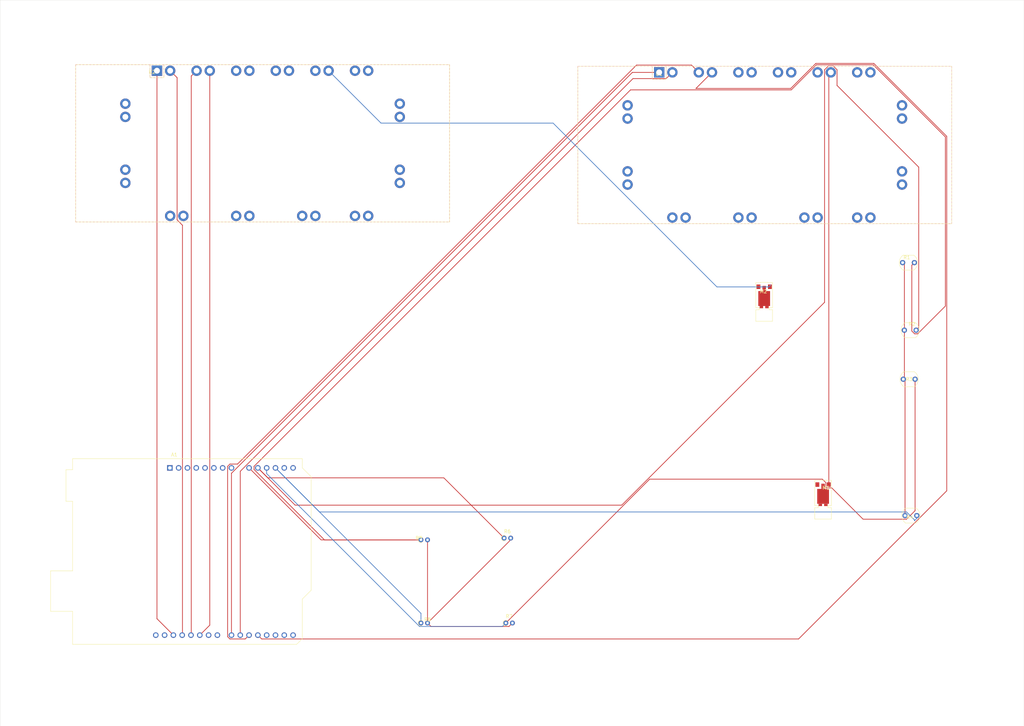
<source format=kicad_pcb>
(kicad_pcb (version 20240108) (generator "pcbnew") (generator_version "8.0")
  (layers (0 "F.Cu" signal) (31 "B.Cu" signal) (34 "B.Paste" user) (35 "F.Paste" user) (36 "B.SilkS" user "B.Silkscreen") (37 "F.SilkS" user "F.Silkscreen") (38 "B.Mask" user) (39 "F.Mask" user) (44 "Edge.Cuts" user))
  (net 0 "")
  (net 4 "Net-(A1-D4)")
  (net 5 "Net-(A1-A0)")
  (net 7 "Net-(A1-D6)")
  (net 10 "Net-(A1-D7)")
  (net 11 "Net-(A1-D10)")
  (net 13 "Net-(A1-D11)")
  (net 16 "Net-(A1-A2)")
  (net 18 "Net-(A1-D12)")
  (net 20 "Net-(A1-D13)")
  (net 21 "+5V")
  (net 25 "Net-(A1-A1)")
  (net 28 "Net-(A1-D5)")
  (net 29 "Net-(A1-A3)")
  (net 32 "Net-(M1-+)")
  (net 34 "Net-(M2-+)")
  (net 35 "Net-(R1-Pad1)")
  (net 36 "Net-(M1--)")
  (footprint "Resistor_THT:R_Axial_DIN0204_L3.6mm_D1.6mm_P1.90mm_Vertical" (layer "F.Cu") (at 146.6 155.5)
    (property "Reference" "R6" (at 0.95 -1.92 0) (layer "F.SilkS"))
    (property "Value" "R")
    (pad "1" thru_hole circle (at 0 0) (size 1.4 1.4) (drill 0.7) (layers "*.Cu" "*.Mask") (net 25 "Net-(A1-A1)"))
    (pad "2" thru_hole oval (at 1.9 0) (size 1.4 1.4) (drill 0.7) (layers "*.Cu" "*.Mask") (net 36 "Net-(M1--)"))
  )
  (footprint "OptoDevice:R_LDR_5.1x4.3mm_P3.4mm_Vertical" (layer "F.Cu") (at 262.1 95.5)
    (property "Reference" "R2" (at 2.2 -1.75 0) (layer "F.SilkS"))
    (property "Value" "LDR07")
    (pad "1" thru_hole circle (at 0 0) (size 1.5 1.5) (drill 0.8) (layers "*.Cu" "*.Mask") (net 35 "Net-(R1-Pad1)"))
    (pad "2" thru_hole circle (at 3.4 0) (size 1.5 1.5) (drill 0.8) (layers "*.Cu" "*.Mask") (net 25 "Net-(A1-A1)"))
  )
  (footprint "Resistor_THT:R_Axial_DIN0204_L3.6mm_D1.6mm_P1.90mm_Vertical" (layer "F.Cu") (at 122.6 180)
    (property "Reference" "R8" (at 1.9 -1 0) (layer "F.SilkS"))
    (property "Value" "R")
    (pad "1" thru_hole circle (at 0 0) (size 1.4 1.4) (drill 0.7) (layers "*.Cu" "*.Mask") (net 29 "Net-(A1-A3)"))
    (pad "2" thru_hole oval (at 1.9 0) (size 1.4 1.4) (drill 0.7) (layers "*.Cu" "*.Mask") (net 36 "Net-(M1--)"))
  )
  (footprint "Motors:Vybronics_VZ30C1T8219732L" (layer "F.Cu") (at 221.65 87.315)
    (property "Reference" "M2" (at -0.2 -2.975 0) (layer "F.SilkS"))
    (property "Value" "Motor_Servo")
    (pad "1" smd rect (at -1.65 -4.35 270) (size 1.3 1.1) (layers "F.Cu" "F.Paste" "F.Mask"))
    (pad "2" smd rect (at 1.65 -4.35 270) (size 1.3 1.1) (layers "F.Cu" "F.Paste" "F.Mask") (net 34 "Net-(M2-+)"))
    (pad "SH" smd rect (at -0.8 1.525) (size 1 0.65) (layers "F.Cu" "F.Paste" "F.Mask"))
    (pad "SH" smd rect (at 0 -3.85 270) (size 1.5 1) (layers "F.Cu" "F.Paste" "F.Mask"))
    (pad "SH" smd rect (at 0 -0.95 270) (size 4.3 3.4) (layers "F.Cu" "F.Mask"))
    (pad "SH" smd rect (at 0.8 1.525) (size 1 0.65) (layers "F.Cu" "F.Paste" "F.Mask"))
  )
  (footprint "OptoDevice:R_LDR_5.1x4.3mm_P3.4mm_Vertical" (layer "F.Cu") (at 262.3 149)
    (property "Reference" "R4" (at 1.4 0.5 0) (layer "F.SilkS"))
    (property "Value" "LDR07")
    (pad "1" thru_hole circle (at 0 0) (size 1.5 1.5) (drill 0.8) (layers "*.Cu" "*.Mask") (net 35 "Net-(R1-Pad1)"))
    (pad "2" thru_hole circle (at 3.4 0) (size 1.5 1.5) (drill 0.8) (layers "*.Cu" "*.Mask") (net 29 "Net-(A1-A3)"))
  )
  (footprint "OptoDevice:R_LDR_5.1x4.3mm_P3.4mm_Vertical" (layer "F.Cu") (at 261.8 109.65)
    (property "Reference" "R3" (at 1.7 0 0) (layer "F.SilkS"))
    (property "Value" "LDR07")
    (pad "1" thru_hole circle (at 0 0) (size 1.5 1.5) (drill 0.8) (layers "*.Cu" "*.Mask") (net 35 "Net-(R1-Pad1)"))
    (pad "2" thru_hole circle (at 3.4 0) (size 1.5 1.5) (drill 0.8) (layers "*.Cu" "*.Mask") (net 16 "Net-(A1-A2)"))
  )
  (footprint "Resistor_THT:R_Axial_DIN0204_L3.6mm_D1.6mm_P1.90mm_Vertical" (layer "F.Cu") (at 122.6 156)
    (property "Reference" "R5" (at -0.6 -0.5 0) (layer "F.SilkS"))
    (property "Value" "R")
    (pad "1" thru_hole circle (at 0 0) (size 1.4 1.4) (drill 0.7) (layers "*.Cu" "*.Mask") (net 5 "Net-(A1-A0)"))
    (pad "2" thru_hole oval (at 1.9 0) (size 1.4 1.4) (drill 0.7) (layers "*.Cu" "*.Mask") (net 36 "Net-(M1--)"))
  )
  (footprint "Transistor_Power_Module:Infineon_AG-ECONO2" (layer "F.Cu") (at 46.42 20.62)
    (property "Reference" "U2" (at -1.42 0.38 0) (layer "F.SilkS"))
    (property "Value" "ULN2803A")
    (pad "" np_thru_hole circle (at -16.02 4.95) (size 2.6 2.6) (drill 2.6) (layers "F&B.Cu" "*.Mask"))
    (pad "" np_thru_hole circle (at -16.02 36.95) (size 2.6 2.6) (drill 2.6) (layers "F&B.Cu" "*.Mask"))
    (pad "" np_thru_hole circle (at 76.98 4.95) (size 2.6 2.6) (drill 2.6) (layers "F&B.Cu" "*.Mask"))
    (pad "" np_thru_hole circle (at 76.98 36.95) (size 2.6 2.6) (drill 2.6) (layers "F&B.Cu" "*.Mask"))
    (pad "1" thru_hole rect (at 0 0) (size 3 3) (drill 1.7) (layers "*.Cu" "*.Mask") (net 20 "Net-(A1-D13)"))
    (pad "2" thru_hole circle (at 3.81 0) (size 3 3) (drill 1.7) (layers "*.Cu" "*.Mask") (net 18 "Net-(A1-D12)"))
    (pad "3" thru_hole circle (at 11.43 0) (size 3 3) (drill 1.7) (layers "*.Cu" "*.Mask") (net 13 "Net-(A1-D11)"))
    (pad "4" thru_hole circle (at 15.24 0) (size 3 3) (drill 1.7) (layers "*.Cu" "*.Mask") (net 11 "Net-(A1-D10)"))
    (pad "5" thru_hole circle (at 22.86 0) (size 3 3) (drill 1.7) (layers "*.Cu" "*.Mask"))
    (pad "6" thru_hole circle (at 26.67 0) (size 3 3) (drill 1.7) (layers "*.Cu" "*.Mask"))
    (pad "7" thru_hole circle (at 34.29 0) (size 3 3) (drill 1.7) (layers "*.Cu" "*.Mask"))
    (pad "8" thru_hole circle (at 38.1 0) (size 3 3) (drill 1.7) (layers "*.Cu" "*.Mask"))
    (pad "9" thru_hole circle (at 45.72 0) (size 3 3) (drill 1.7) (layers "*.Cu" "*.Mask"))
    (pad "10" thru_hole circle (at 49.53 0) (size 3 3) (drill 1.7) (layers "*.Cu" "*.Mask") (net 34 "Net-(M2-+)"))
    (pad "11" thru_hole circle (at 57.15 0) (size 3 3) (drill 1.7) (layers "*.Cu" "*.Mask"))
    (pad "12" thru_hole circle (at 60.96 0) (size 3 3) (drill 1.7) (layers "*.Cu" "*.Mask"))
    (pad "13" thru_hole circle (at 70.08 9.52) (size 3 3) (drill 1.7) (layers "*.Cu" "*.Mask"))
    (pad "14" thru_hole circle (at 70.08 13.33) (size 3 3) (drill 1.7) (layers "*.Cu" "*.Mask"))
    (pad "15" thru_hole circle (at 70.08 28.57) (size 3 3) (drill 1.7) (layers "*.Cu" "*.Mask"))
    (pad "16" thru_hole circle (at 70.08 32.38) (size 3 3) (drill 1.7) (layers "*.Cu" "*.Mask"))
    (pad "17" thru_hole circle (at 60.96 41.9) (size 3 3) (drill 1.7) (layers "*.Cu" "*.Mask"))
    (pad "18" thru_hole circle (at 57.15 41.9) (size 3 3) (drill 1.7) (layers "*.Cu" "*.Mask"))
    (pad "19" thru_hole circle (at 45.72 41.9) (size 3 3) (drill 1.7) (layers "*.Cu" "*.Mask"))
    (pad "20" thru_hole circle (at 41.91 41.9) (size 3 3) (drill 1.7) (layers "*.Cu" "*.Mask"))
    (pad "21" thru_hole circle (at 26.67 41.9) (size 3 3) (drill 1.7) (layers "*.Cu" "*.Mask"))
    (pad "22" thru_hole circle (at 22.86 41.9) (size 3 3) (drill 1.7) (layers "*.Cu" "*.Mask"))
    (pad "23" thru_hole circle (at 7.62 41.9) (size 3 3) (drill 1.7) (layers "*.Cu" "*.Mask"))
    (pad "24" thru_hole circle (at 3.81 41.9) (size 3 3) (drill 1.7) (layers "*.Cu" "*.Mask"))
    (pad "25" thru_hole circle (at -9.12 32.38) (size 3 3) (drill 1.7) (layers "*.Cu" "*.Mask"))
    (pad "26" thru_hole circle (at -9.12 28.57) (size 3 3) (drill 1.7) (layers "*.Cu" "*.Mask"))
    (pad "27" thru_hole circle (at -9.12 13.33) (size 3 3) (drill 1.7) (layers "*.Cu" "*.Mask"))
    (pad "28" thru_hole circle (at -9.12 9.52) (size 3 3) (drill 1.7) (layers "*.Cu" "*.Mask"))
  )
  (footprint "Module:Arduino_UNO_R2" (layer "F.Cu") (at 50.14 135.24)
    (property "Reference" "A1" (at 1.27 -3.81 180) (layer "F.SilkS"))
    (property "Value" "Arduino_UNO_R2")
    (pad "1" thru_hole rect (at 0 0 90) (size 1.6 1.6) (drill 1) (layers "*.Cu" "*.Mask"))
    (pad "2" thru_hole oval (at 2.54 0 90) (size 1.6 1.6) (drill 1) (layers "*.Cu" "*.Mask"))
    (pad "3" thru_hole oval (at 5.08 0 90) (size 1.6 1.6) (drill 1) (layers "*.Cu" "*.Mask"))
    (pad "4" thru_hole oval (at 7.62 0 90) (size 1.6 1.6) (drill 1) (layers "*.Cu" "*.Mask"))
    (pad "5" thru_hole oval (at 10.16 0 90) (size 1.6 1.6) (drill 1) (layers "*.Cu" "*.Mask") (net 21 "+5V"))
    (pad "6" thru_hole oval (at 12.7 0 90) (size 1.6 1.6) (drill 1) (layers "*.Cu" "*.Mask"))
    (pad "7" thru_hole oval (at 15.24 0 90) (size 1.6 1.6) (drill 1) (layers "*.Cu" "*.Mask"))
    (pad "8" thru_hole oval (at 17.78 0 90) (size 1.6 1.6) (drill 1) (layers "*.Cu" "*.Mask"))
    (pad "9" thru_hole oval (at 22.86 0 90) (size 1.6 1.6) (drill 1) (layers "*.Cu" "*.Mask") (net 5 "Net-(A1-A0)"))
    (pad "10" thru_hole oval (at 25.4 0 90) (size 1.6 1.6) (drill 1) (layers "*.Cu" "*.Mask") (net 25 "Net-(A1-A1)"))
    (pad "11" thru_hole oval (at 27.94 0 90) (size 1.6 1.6) (drill 1) (layers "*.Cu" "*.Mask") (net 16 "Net-(A1-A2)"))
    (pad "12" thru_hole oval (at 30.48 0 90) (size 1.6 1.6) (drill 1) (layers "*.Cu" "*.Mask") (net 29 "Net-(A1-A3)"))
    (pad "13" thru_hole oval (at 33.02 0 90) (size 1.6 1.6) (drill 1) (layers "*.Cu" "*.Mask"))
    (pad "14" thru_hole oval (at 35.56 0 90) (size 1.6 1.6) (drill 1) (layers "*.Cu" "*.Mask"))
    (pad "15" thru_hole oval (at 35.56 48.26 90) (size 1.6 1.6) (drill 1) (layers "*.Cu" "*.Mask"))
    (pad "16" thru_hole oval (at 33.02 48.26 90) (size 1.6 1.6) (drill 1) (layers "*.Cu" "*.Mask"))
    (pad "17" thru_hole oval (at 30.48 48.26 90) (size 1.6 1.6) (drill 1) (layers "*.Cu" "*.Mask"))
    (pad "18" thru_hole oval (at 27.94 48.26 90) (size 1.6 1.6) (drill 1) (layers "*.Cu" "*.Mask"))
    (pad "19" thru_hole oval (at 25.4 48.26 90) (size 1.6 1.6) (drill 1) (layers "*.Cu" "*.Mask") (net 4 "Net-(A1-D4)"))
    (pad "20" thru_hole oval (at 22.86 48.26 90) (size 1.6 1.6) (drill 1) (layers "*.Cu" "*.Mask") (net 28 "Net-(A1-D5)"))
    (pad "21" thru_hole oval (at 20.32 48.26 90) (size 1.6 1.6) (drill 1) (layers "*.Cu" "*.Mask") (net 7 "Net-(A1-D6)"))
    (pad "22" thru_hole oval (at 17.78 48.26 90) (size 1.6 1.6) (drill 1) (layers "*.Cu" "*.Mask") (net 10 "Net-(A1-D7)"))
    (pad "23" thru_hole oval (at 13.72 48.26 90) (size 1.6 1.6) (drill 1) (layers "*.Cu" "*.Mask"))
    (pad "24" thru_hole oval (at 11.18 48.26 90) (size 1.6 1.6) (drill 1) (layers "*.Cu" "*.Mask"))
    (pad "25" thru_hole oval (at 8.64 48.26 90) (size 1.6 1.6) (drill 1) (layers "*.Cu" "*.Mask") (net 11 "Net-(A1-D10)"))
    (pad "26" thru_hole oval (at 6.1 48.26 90) (size 1.6 1.6) (drill 1) (layers "*.Cu" "*.Mask") (net 13 "Net-(A1-D11)"))
    (pad "27" thru_hole oval (at 3.56 48.26 90) (size 1.6 1.6) (drill 1) (layers "*.Cu" "*.Mask") (net 18 "Net-(A1-D12)"))
    (pad "28" thru_hole oval (at 1.02 48.26 90) (size 1.6 1.6) (drill 1) (layers "*.Cu" "*.Mask") (net 20 "Net-(A1-D13)"))
    (pad "29" thru_hole oval (at -1.52 48.26 90) (size 1.6 1.6) (drill 1) (layers "*.Cu" "*.Mask"))
    (pad "30" thru_hole oval (at -4.06 48.26 90) (size 1.6 1.6) (drill 1) (layers "*.Cu" "*.Mask"))
  )
  (footprint "OptoDevice:R_LDR_5.1x4.3mm_P3.4mm_Vertical" (layer "F.Cu") (at 261.6 76)
    (property "Reference" "R1" (at 1.2 -1.5 0) (layer "F.SilkS"))
    (property "Value" "LDR07")
    (pad "1" thru_hole circle (at 0 0) (size 1.5 1.5) (drill 0.8) (layers "*.Cu" "*.Mask") (net 35 "Net-(R1-Pad1)"))
    (pad "2" thru_hole circle (at 3.4 0) (size 1.5 1.5) (drill 0.8) (layers "*.Cu" "*.Mask") (net 5 "Net-(A1-A0)"))
  )
  (footprint "Transistor_Power_Module:Infineon_AG-ECONO2" (layer "F.Cu") (at 191.35 21.1)
    (property "Reference" "U1" (at -0.02 0.45 0) (layer "F.SilkS"))
    (property "Value" "ULN2803A")
    (pad "" np_thru_hole circle (at -16.02 4.95) (size 2.6 2.6) (drill 2.6) (layers "F&B.Cu" "*.Mask"))
    (pad "" np_thru_hole circle (at -16.02 36.95) (size 2.6 2.6) (drill 2.6) (layers "F&B.Cu" "*.Mask"))
    (pad "" np_thru_hole circle (at 76.98 4.95) (size 2.6 2.6) (drill 2.6) (layers "F&B.Cu" "*.Mask"))
    (pad "" np_thru_hole circle (at 76.98 36.95) (size 2.6 2.6) (drill 2.6) (layers "F&B.Cu" "*.Mask"))
    (pad "1" thru_hole rect (at 0 0) (size 3 3) (drill 1.7) (layers "*.Cu" "*.Mask") (net 10 "Net-(A1-D7)"))
    (pad "2" thru_hole circle (at 3.81 0) (size 3 3) (drill 1.7) (layers "*.Cu" "*.Mask") (net 7 "Net-(A1-D6)"))
    (pad "3" thru_hole circle (at 11.43 0) (size 3 3) (drill 1.7) (layers "*.Cu" "*.Mask") (net 28 "Net-(A1-D5)"))
    (pad "4" thru_hole circle (at 15.24 0) (size 3 3) (drill 1.7) (layers "*.Cu" "*.Mask") (net 4 "Net-(A1-D4)"))
    (pad "5" thru_hole circle (at 22.86 0) (size 3 3) (drill 1.7) (layers "*.Cu" "*.Mask"))
    (pad "6" thru_hole circle (at 26.67 0) (size 3 3) (drill 1.7) (layers "*.Cu" "*.Mask"))
    (pad "7" thru_hole circle (at 34.29 0) (size 3 3) (drill 1.7) (layers "*.Cu" "*.Mask"))
    (pad "8" thru_hole circle (at 38.1 0) (size 3 3) (drill 1.7) (layers "*.Cu" "*.Mask"))
    (pad "9" thru_hole circle (at 45.72 0) (size 3 3) (drill 1.7) (layers "*.Cu" "*.Mask"))
    (pad "10" thru_hole circle (at 49.53 0) (size 3 3) (drill 1.7) (layers "*.Cu" "*.Mask") (net 32 "Net-(M1-+)"))
    (pad "11" thru_hole circle (at 57.15 0) (size 3 3) (drill 1.7) (layers "*.Cu" "*.Mask"))
    (pad "12" thru_hole circle (at 60.96 0) (size 3 3) (drill 1.7) (layers "*.Cu" "*.Mask"))
    (pad "13" thru_hole circle (at 70.08 9.52) (size 3 3) (drill 1.7) (layers "*.Cu" "*.Mask"))
    (pad "14" thru_hole circle (at 70.08 13.33) (size 3 3) (drill 1.7) (layers "*.Cu" "*.Mask"))
    (pad "15" thru_hole circle (at 70.08 28.57) (size 3 3) (drill 1.7) (layers "*.Cu" "*.Mask"))
    (pad "16" thru_hole circle (at 70.08 32.38) (size 3 3) (drill 1.7) (layers "*.Cu" "*.Mask"))
    (pad "17" thru_hole circle (at 60.96 41.9) (size 3 3) (drill 1.7) (layers "*.Cu" "*.Mask"))
    (pad "18" thru_hole circle (at 57.15 41.9) (size 3 3) (drill 1.7) (layers "*.Cu" "*.Mask"))
    (pad "19" thru_hole circle (at 45.72 41.9) (size 3 3) (drill 1.7) (layers "*.Cu" "*.Mask"))
    (pad "20" thru_hole circle (at 41.91 41.9) (size 3 3) (drill 1.7) (layers "*.Cu" "*.Mask"))
    (pad "21" thru_hole circle (at 26.67 41.9) (size 3 3) (drill 1.7) (layers "*.Cu" "*.Mask"))
    (pad "22" thru_hole circle (at 22.86 41.9) (size 3 3) (drill 1.7) (layers "*.Cu" "*.Mask"))
    (pad "23" thru_hole circle (at 7.62 41.9) (size 3 3) (drill 1.7) (layers "*.Cu" "*.Mask"))
    (pad "24" thru_hole circle (at 3.81 41.9) (size 3 3) (drill 1.7) (layers "*.Cu" "*.Mask"))
    (pad "25" thru_hole circle (at -9.12 32.38) (size 3 3) (drill 1.7) (layers "*.Cu" "*.Mask"))
    (pad "26" thru_hole circle (at -9.12 28.57) (size 3 3) (drill 1.7) (layers "*.Cu" "*.Mask"))
    (pad "27" thru_hole circle (at -9.12 13.33) (size 3 3) (drill 1.7) (layers "*.Cu" "*.Mask"))
    (pad "28" thru_hole circle (at -9.12 9.52) (size 3 3) (drill 1.7) (layers "*.Cu" "*.Mask"))
  )
  (footprint "Motors:Vybronics_VZ30C1T8219732L" (layer "F.Cu") (at 238.65 144.405)
    (property "Reference" "M1" (at 0.85 -3.405 0) (layer "F.SilkS"))
    (property "Value" "Motor_Servo")
    (pad "1" smd rect (at -1.65 -4.35 270) (size 1.3 1.1) (layers "F.Cu" "F.Paste" "F.Mask"))
    (pad "2" smd rect (at 1.65 -4.35 270) (size 1.3 1.1) (layers "F.Cu" "F.Paste" "F.Mask") (net 32 "Net-(M1-+)"))
    (pad "SH" smd rect (at -0.8 1.525) (size 1 0.65) (layers "F.Cu" "F.Paste" "F.Mask"))
    (pad "SH" smd rect (at 0 -3.85 270) (size 1.5 1) (layers "F.Cu" "F.Paste" "F.Mask"))
    (pad "SH" smd rect (at 0 -0.95 270) (size 4.3 3.4) (layers "F.Cu" "F.Mask"))
    (pad "SH" smd rect (at 0.8 1.525) (size 1 0.65) (layers "F.Cu" "F.Paste" "F.Mask"))
  )
  (footprint "Resistor_THT:R_Axial_DIN0204_L3.6mm_D1.6mm_P1.90mm_Vertical" (layer "F.Cu") (at 147.095 180)
    (property "Reference" "R7" (at 0.95 -1.92 0) (layer "F.SilkS"))
    (property "Value" "R")
    (pad "1" thru_hole circle (at 0 0) (size 1.4 1.4) (drill 0.7) (layers "*.Cu" "*.Mask") (net 16 "Net-(A1-A2)"))
    (pad "2" thru_hole oval (at 1.9 0) (size 1.4 1.4) (drill 0.7) (layers "*.Cu" "*.Mask") (net 36 "Net-(M1--)"))
  )
  (gr_rect (start 1.15 0.24) (end 296.62 209.76) (stroke (width 0.05)) (fill none) (layer "Edge.Cuts"))
  (segment (start 236.558729 18.5) (end 253.269741 18.5) (width 0.2) (layer "F.Cu") (net 4))
  (segment (start 229.316128 25.742601) (end 236.558729 18.5) (width 0.2) (layer "F.Cu") (net 4))
  (segment (start 231.584925 184.6) (end 76.64 184.6) (width 0.2) (layer "F.Cu") (net 4))
  (segment (start 274.33587 39.566129) (end 274.33587 141.849055) (width 0.2) (layer "F.Cu") (net 4))
  (segment (start 76.64 184.6) (end 75.54 183.5) (width 0.2) (layer "F.Cu") (net 4))
  (segment (start 201.947399 25.742601) (end 229.316128 25.742601) (width 0.2) (layer "F.Cu") (net 4))
  (segment (start 206.59 21.1) (end 201.947399 25.742601) (width 0.2) (layer "F.Cu") (net 4))
  (segment (start 274.33587 141.849055) (end 231.584925 184.6) (width 0.2) (layer "F.Cu") (net 4))
  (segment (start 253.269741 18.5) (end 274.33587 39.566129) (width 0.2) (layer "F.Cu") (net 4))
  (segment (start 122.6 156) (end 94.744365 156) (width 0.2) (layer "F.Cu") (net 5))
  (segment (start 94.744365 156) (end 74.44 135.695635) (width 0.2) (layer "F.Cu") (net 5))
  (segment (start 122.6 156) (end 93.76 156) (width 0.2) (layer "F.Cu") (net 5))
  (segment (start 264.25 95.734925) (end 264.25 76.75) (width 0.2) (layer "F.Cu") (net 5))
  (segment (start 74.44 135.695635) (end 74.44 134.784365) (width 0.2) (layer "F.Cu") (net 5))
  (segment (start 93.76 156) (end 73 135.24) (width 0.2) (layer "F.Cu") (net 5))
  (segment (start 273.93587 39.731815) (end 273.93587 88.549055) (width 0.2) (layer "F.Cu") (net 5))
  (segment (start 265.934925 96.55) (end 265.065075 96.55) (width 0.2) (layer "F.Cu") (net 5))
  (segment (start 183.081764 26.142601) (end 229.481814 26.142601) (width 0.2) (layer "F.Cu") (net 5))
  (segment (start 265.065075 96.55) (end 264.25 95.734925) (width 0.2) (layer "F.Cu") (net 5))
  (segment (start 229.481814 26.142601) (end 236.724415 18.9) (width 0.2) (layer "F.Cu") (net 5))
  (segment (start 273.93587 88.549055) (end 265.934925 96.55) (width 0.2) (layer "F.Cu") (net 5))
  (segment (start 236.724415 18.9) (end 253.104055 18.9) (width 0.2) (layer "F.Cu") (net 5))
  (segment (start 74.44 134.784365) (end 183.081764 26.142601) (width 0.2) (layer "F.Cu") (net 5))
  (segment (start 264.25 76.75) (end 265 76) (width 0.2) (layer "F.Cu") (net 5))
  (segment (start 253.104055 18.9) (end 273.93587 39.731815) (width 0.2) (layer "F.Cu") (net 5))
  (segment (start 70.46 136.224365) (end 70.46 183.5) (width 0.2) (layer "F.Cu") (net 7))
  (segment (start 193.36 22.9) (end 183.784365 22.9) (width 0.2) (layer "F.Cu") (net 7))
  (segment (start 195.16 21.1) (end 193.36 22.9) (width 0.2) (layer "F.Cu") (net 7))
  (segment (start 183.784365 22.9) (end 70.46 136.224365) (width 0.2) (layer "F.Cu") (net 7))
  (segment (start 67.92 183.5) (end 67.92 136.795635) (width 0.2) (layer "F.Cu") (net 10))
  (segment (start 67.92 136.795635) (end 183.615635 21.1) (width 0.2) (layer "F.Cu") (net 10))
  (segment (start 183.615635 21.1) (end 191.35 21.1) (width 0.2) (layer "F.Cu") (net 10))
  (segment (start 61.66 20.62) (end 61.66 180.62) (width 0.2) (layer "F.Cu") (net 11))
  (segment (start 61.66 180.62) (end 58.78 183.5) (width 0.2) (layer "F.Cu") (net 11))
  (segment (start 56.24 183.5) (end 56.32 183.42) (width 0.2) (layer "F.Cu") (net 13))
  (segment (start 56.32 183.42) (end 56.32 22.15) (width 0.2) (layer "F.Cu") (net 13))
  (segment (start 56.32 22.15) (end 57.85 20.62) (width 0.2) (layer "F.Cu") (net 13))
  (segment (start 241.15 141.005) (end 239.45 141.005) (width 0.2) (layer "F.Cu") (net 16))
  (segment (start 262.734925 150.05) (end 250.195 150.05) (width 0.2) (layer "F.Cu") (net 16))
  (segment (start 238.445 138.5) (end 188.595 138.5) (width 0.2) (layer "F.Cu") (net 16))
  (segment (start 265.2 109.65) (end 265.2 147.584925) (width 0.2) (layer "F.Cu") (net 16))
  (segment (start 265.2 147.584925) (end 262.734925 150.05) (width 0.2) (layer "F.Cu") (net 16))
  (segment (start 250.195 150.05) (end 241.15 141.005) (width 0.2) (layer "F.Cu") (net 16))
  (segment (start 239.45 139.505) (end 238.445 138.5) (width 0.2) (layer "F.Cu") (net 16))
  (segment (start 188.595 138.5) (end 147.095 180) (width 0.2) (layer "F.Cu") (net 16))
  (segment (start 239.45 141.005) (end 239.45 139.505) (width 0.2) (layer "F.Cu") (net 16))
  (segment (start 78.08 136.894214) (end 78.08 135.24) (width 0.2) (layer "B.Cu") (net 16))
  (segment (start 147.095 180) (end 146.095 181) (width 0.2) (layer "B.Cu") (net 16))
  (segment (start 146.095 181) (end 122.185786 181) (width 0.2) (layer "B.Cu") (net 16))
  (segment (start 122.185786 181) (end 78.08 136.894214) (width 0.2) (layer "B.Cu") (net 16))
  (segment (start 53.78 183.42) (end 53.78 65.22) (width 0.2) (layer "F.Cu") (net 18))
  (segment (start 52.24 22.63) (end 50.23 20.62) (width 0.2) (layer "F.Cu") (net 18))
  (segment (start 53.78 65.22) (end 52.24 63.68) (width 0.2) (layer "F.Cu") (net 18))
  (segment (start 53.7 183.5) (end 53.78 183.42) (width 0.2) (layer "F.Cu") (net 18))
  (segment (start 52.24 63.68) (end 52.24 22.63) (width 0.2) (layer "F.Cu") (net 18))
  (segment (start 46.42 20.62) (end 46.42 178.76) (width 0.2) (layer "F.Cu") (net 20))
  (segment (start 46.42 178.76) (end 51.16 183.5) (width 0.2) (layer "F.Cu") (net 20))
  (segment (start 241.625585 19.3) (end 242.68 20.354415) (width 0.2) (layer "F.Cu") (net 25))
  (segment (start 266.25 94.75) (end 265.5 95.5) (width 0.2) (layer "F.Cu") (net 25))
  (segment (start 239.08 20.354415) (end 240.134415 19.3) (width 0.2) (layer "F.Cu") (net 25))
  (segment (start 242.68 20.354415) (end 242.68 24.88) (width 0.2) (layer "F.Cu") (net 25))
  (segment (start 75.54 135.24) (end 86.3 146) (width 0.2) (layer "F.Cu") (net 25))
  (segment (start 266.25 48.45) (end 266.25 94.75) (width 0.2) (layer "F.Cu") (net 25))
  (segment (start 86.3 146) (end 180.529314 146) (width 0.2) (layer "F.Cu") (net 25))
  (segment (start 146.6 155.5) (end 129.2 138.1) (width 0.2) (layer "F.Cu") (net 25))
  (segment (start 129.2 138.1) (end 78.4 138.1) (width 0.2) (layer "F.Cu") (net 25))
  (segment (start 240.134415 19.3) (end 241.625585 19.3) (width 0.2) (layer "F.Cu") (net 25))
  (segment (start 78.4 138.1) (end 75.54 135.24) (width 0.2) (layer "F.Cu") (net 25))
  (segment (start 242.68 24.88) (end 266.25 48.45) (width 0.2) (layer "F.Cu") (net 25))
  (segment (start 180.529314 146) (end 239.08 87.449314) (width 0.2) (layer "F.Cu") (net 25))
  (segment (start 239.08 87.449314) (end 239.08 20.354415) (width 0.2) (layer "F.Cu") (net 25))
  (segment (start 200.68 19) (end 202.78 21.1) (width 0.2) (layer "F.Cu") (net 28))
  (segment (start 73 183.5) (end 71.9 184.6) (width 0.2) (layer "F.Cu") (net 28))
  (segment (start 66.82 134.784365) (end 67.464365 134.14) (width 0.2) (layer "F.Cu") (net 28))
  (segment (start 67.464365 134.14) (end 69.664365 134.14) (width 0.2) (layer "F.Cu") (net 28))
  (segment (start 67.464365 184.6) (end 66.82 183.955635) (width 0.2) (layer "F.Cu") (net 28))
  (segment (start 66.82 183.955635) (end 66.82 134.784365) (width 0.2) (layer "F.Cu") (net 28))
  (segment (start 69.664365 134.14) (end 184.804365 19) (width 0.2) (layer "F.Cu") (net 28))
  (segment (start 184.804365 19) (end 200.68 19) (width 0.2) (layer "F.Cu") (net 28))
  (segment (start 71.9 184.6) (end 67.464365 184.6) (width 0.2) (layer "F.Cu") (net 28))
  (segment (start 265 150.5) (end 265.7 149.8) (width 0.2) (layer "B.Cu") (net 29))
  (segment (start 265 150.215075) (end 265 150.5) (width 0.2) (layer "B.Cu") (net 29))
  (segment (start 122.6 180) (end 122.6 177.22) (width 0.2) (layer "B.Cu") (net 29))
  (segment (start 265.7 149.8) (end 265.7 149) (width 0.2) (layer "B.Cu") (net 29))
  (segment (start 80.62 135.24) (end 93.33 147.95) (width 0.2) (layer "B.Cu") (net 29))
  (segment (start 93.33 147.95) (end 262.734925 147.95) (width 0.2) (layer "B.Cu") (net 29))
  (segment (start 122.6 177.22) (end 80.62 135.24) (width 0.2) (layer "B.Cu") (net 29))
  (segment (start 262.734925 147.95) (end 265 150.215075) (width 0.2) (layer "B.Cu") (net 29))
  (segment (start 241 21.5) (end 240.3 22.2) (width 0.2) (layer "F.Cu") (net 32))
  (segment (start 240.88 21.38) (end 241 21.5) (width 0.2) (layer "F.Cu") (net 32))
  (segment (start 240.3 22.2) (end 240.3 140.055) (width 0.2) (layer "F.Cu") (net 32))
  (segment (start 240.88 21.1) (end 240.88 21.38) (width 0.2) (layer "F.Cu") (net 32))
  (segment (start 208 83) (end 223 83) (width 0.2) (layer "B.Cu") (net 34))
  (segment (start 160.75 35.75) (end 208 83) (width 0.2) (layer "B.Cu") (net 34))
  (segment (start 223 83) (end 223.5 82.5) (width 0.2) (layer "B.Cu") (net 34))
  (segment (start 95.95 20.62) (end 111.08 35.75) (width 0.2) (layer "B.Cu") (net 34))
  (segment (start 111.08 35.75) (end 160.75 35.75) (width 0.2) (layer "B.Cu") (net 34))
  (segment (start 262.3 149) (end 262.3 110.15) (width 0.2) (layer "F.Cu") (net 35))
  (segment (start 262.1 109.35) (end 261.8 109.65) (width 0.2) (layer "F.Cu") (net 35))
  (segment (start 262.1 95.5) (end 262.1 109.35) (width 0.2) (layer "F.Cu") (net 35))
  (segment (start 262.1 76.5) (end 261.6 76) (width 0.2) (layer "F.Cu") (net 35))
  (segment (start 262.1 95.5) (end 262.1 76.5) (width 0.2) (layer "F.Cu") (net 35))
  (segment (start 262.3 110.15) (end 261.8 109.65) (width 0.2) (layer "F.Cu") (net 35))
  (segment (start 124.5 180) (end 148.5 156) (width 0.2) (layer "F.Cu") (net 36))
  (segment (start 147.995 181) (end 148.995 180) (width 0.2) (layer "F.Cu") (net 36))
  (segment (start 125.5 181) (end 147.995 181) (width 0.2) (layer "F.Cu") (net 36))
  (segment (start 124.5 180) (end 125.5 181) (width 0.2) (layer "F.Cu") (net 36))
  (segment (start 124.5 180) (end 124.5 156) (width 0.2) (layer "F.Cu") (net 36))
  (segment (start 148.5 156) (end 148.5 155.5) (width 0.2) (layer "F.Cu") (net 36))
)
</source>
